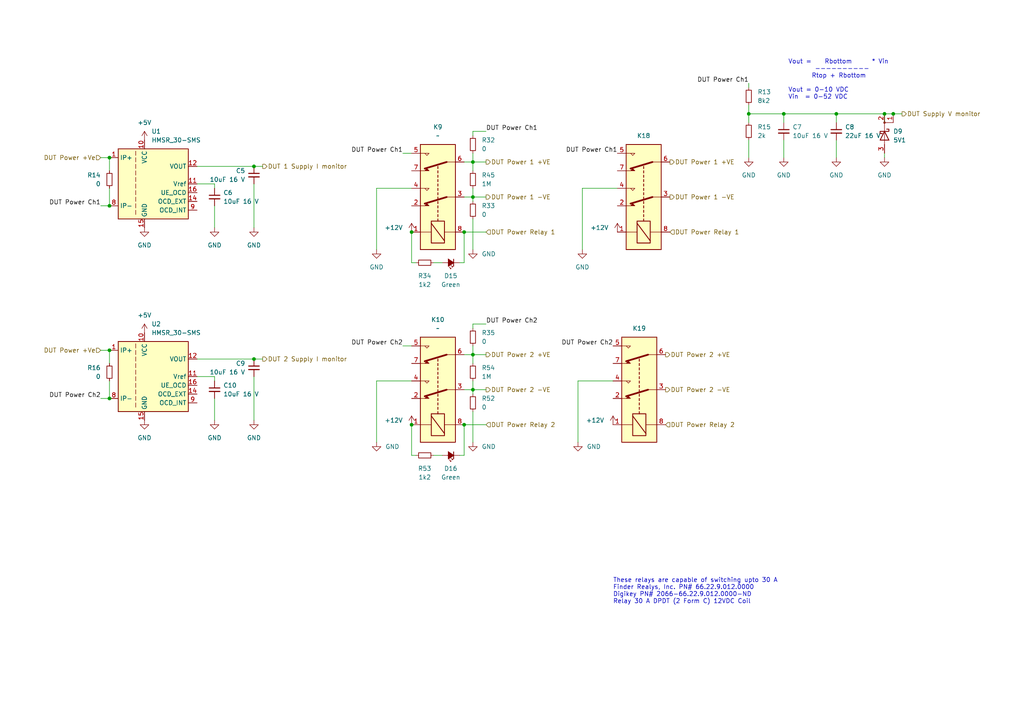
<source format=kicad_sch>
(kicad_sch (version 20211123) (generator eeschema)
  (paper "A4")
  (title_block (title "CIB PCB") (date "2022-05-27") (company "ChargePoint, Inc"))
  (lib_symbols
    (symbol "Device:C_Small" (pin_numbers hide) (pin_names (offset 0.254) hide)
      (property "Reference" "C" (at 0.254 1.778 0))
      (property "Value" "C_Small" (at 0.254 -2.032 0))
      (symbol "C_Small_0_1"
        (polyline (pts (xy -1.524 -0.508) (xy 1.524 -0.508)) (stroke (width 0.3302)))
        (polyline (pts (xy -1.524 0.508) (xy 1.524 0.508)) (stroke (width 0.3048)))
      )
      (symbol "C_Small_1_1"
        (pin passive line (at 0 2.54 270) (length 2.032) (name "~") (number "1"))
        (pin passive line (at 0 -2.54 90) (length 2.032) (name "~") (number "2"))
      )
    )
    (symbol "Device:D_Schottky_KKA" (pin_names (offset 0) hide)
      (property "Reference" "D" (at 0 2.54 0))
      (property "Value" "D_Schottky_KKA" (at 0 -2.54 0))
      (symbol "D_Schottky_KKA_0_1"
        (circle (center -3.81 0) (radius 0.254) (fill (type outline)))
        (polyline (pts (xy -5.08 2.54) (xy -3.81 2.54) (xy -3.81 0) (xy 2.54 0)))
        (polyline (pts (xy 1.27 1.27) (xy 1.27 -1.27) (xy -1.27 0) (xy 1.27 1.27)) (stroke (width 0.254)))
        (polyline (pts (xy -1.905 0.635) (xy -1.905 1.27) (xy -1.27 1.27) (xy -1.27 -1.27) (xy -0.635 -1.27) (xy -0.635 -0.635)) (stroke (width 0.254)))
      )
      (symbol "D_Schottky_KKA_1_1"
        (pin input line (at -6.35 2.54 0) (length 2.54) (name "K") (number "1"))
        (pin passive line (at -6.35 0 0) (length 2.54) (name "K") (number "2"))
        (pin passive line (at 5.08 0 180) (length 2.54) (name "A") (number "3"))
      )
    )
    (symbol "Device:LED_Small_Filled" (pin_numbers hide) (pin_names (offset 0.254) hide)
      (property "Reference" "D" (at -1.27 3.175 0))
      (property "Value" "LED_Small_Filled" (at -4.445 -2.54 0))
      (symbol "LED_Small_Filled_0_1"
        (polyline (pts (xy -0.762 -1.016) (xy -0.762 1.016)) (stroke (width 0.254)))
        (polyline (pts (xy 1.016 0) (xy -0.762 0)))
        (polyline (pts (xy 0.762 -1.016) (xy -0.762 0) (xy 0.762 1.016) (xy 0.762 -1.016)) (stroke (width 0.254)) (fill (type outline)))
        (polyline (pts (xy 0 0.762) (xy -0.508 1.27) (xy -0.254 1.27) (xy -0.508 1.27) (xy -0.508 1.016)))
        (polyline (pts (xy 0.508 1.27) (xy 0 1.778) (xy 0.254 1.778) (xy 0 1.778) (xy 0 1.524)))
      )
      (symbol "LED_Small_Filled_1_1"
        (pin passive line (at -2.54 0 0) (length 1.778) (name "K") (number "1"))
        (pin passive line (at 2.54 0 180) (length 1.778) (name "A") (number "2"))
      )
    )
    (symbol "Device:R_Small" (pin_numbers hide) (pin_names (offset 0.254) hide)
      (property "Reference" "R" (at 0.762 0.508 0))
      (property "Value" "R_Small" (at 0.762 -1.016 0))
      (symbol "R_Small_0_1"
        (rectangle (start -0.762 1.778) (end 0.762 -1.778) (stroke (width 0.2032)))
      )
      (symbol "R_Small_1_1"
        (pin passive line (at 0 2.54 270) (length 0.762) (name "~") (number "1"))
        (pin passive line (at 0 -2.54 90) (length 0.762) (name "~") (number "2"))
      )
    )
    (symbol "Relay:G2RL-2-DC24"
      (property "Reference" "RL" (at 16.51 3.81 0))
      (property "Value" "G2RL-2-DC24" (at 16.51 1.27 0))
      (symbol "G2RL-2-DC24_0_1"
        (rectangle (start -15.24 5.08) (end 15.24 -5.08) (stroke (width 0.254)) (fill (type background)))
        (rectangle (start -13.335 1.905) (end -6.985 -1.905) (stroke (width 0.254)))
        (polyline (pts (xy -12.7 -1.905) (xy -7.62 1.905)) (stroke (width 0.254)))
        (polyline (pts (xy -10.16 -5.08) (xy -10.16 -1.905)))
        (polyline (pts (xy -10.16 5.08) (xy -10.16 1.905)))
        (polyline (pts (xy -6.985 0) (xy -6.35 0)) (stroke (width 0.254)))
        (polyline (pts (xy -5.715 0) (xy -5.08 0)) (stroke (width 0.254)))
        (polyline (pts (xy -4.445 0) (xy -3.81 0)) (stroke (width 0.254)))
        (polyline (pts (xy -3.175 0) (xy -2.54 0)) (stroke (width 0.254)))
        (polyline (pts (xy -1.905 0) (xy -1.27 0)) (stroke (width 0.254)))
        (polyline (pts (xy -0.635 0) (xy 0 0)) (stroke (width 0.254)))
        (polyline (pts (xy 0 -2.54) (xy -1.905 3.81)) (stroke (width 0.508)))
        (polyline (pts (xy 0 -2.54) (xy 0 -5.08)))
        (polyline (pts (xy 0.635 0) (xy 1.27 0)) (stroke (width 0.254)))
        (polyline (pts (xy 1.905 0) (xy 2.54 0)) (stroke (width 0.254)))
        (polyline (pts (xy 3.175 0) (xy 3.81 0)) (stroke (width 0.254)))
        (polyline (pts (xy 4.445 0) (xy 5.08 0)) (stroke (width 0.254)))
        (polyline (pts (xy 5.715 0) (xy 6.35 0)) (stroke (width 0.254)))
        (polyline (pts (xy 6.985 0) (xy 7.62 0)) (stroke (width 0.254)))
        (polyline (pts (xy 8.255 0) (xy 8.89 0)) (stroke (width 0.254)))
        (polyline (pts (xy 10.16 -2.54) (xy 8.255 3.81)) (stroke (width 0.508)))
        (polyline (pts (xy 10.16 -2.54) (xy 10.16 -5.08)))
        (polyline (pts (xy -2.54 5.08) (xy -2.54 2.54) (xy -1.905 3.175) (xy -2.54 3.81)) (fill (type outline)))
        (polyline (pts (xy 2.54 5.08) (xy 2.54 2.54) (xy 1.905 3.175) (xy 2.54 3.81)))
        (polyline (pts (xy 7.62 5.08) (xy 7.62 2.54) (xy 8.255 3.175) (xy 7.62 3.81)) (fill (type outline)))
        (polyline (pts (xy 12.7 5.08) (xy 12.7 2.54) (xy 12.065 3.175) (xy 12.7 3.81)))
      )
      (symbol "G2RL-2-DC24_1_1"
        (pin passive line (at -10.16 7.62 270) (length 2.54) (name "~") (number "1"))
        (pin passive line (at -2.54 7.62 270) (length 2.54) (name "~") (number "2"))
        (pin passive line (at 0 -7.62 90) (length 2.54) (name "~") (number "3"))
        (pin passive line (at 2.54 7.62 270) (length 2.54) (name "~") (number "4"))
        (pin passive line (at 12.7 7.62 270) (length 2.54) (name "~") (number "5"))
        (pin passive line (at 10.16 -7.62 90) (length 2.54) (name "~") (number "6"))
        (pin passive line (at 7.62 7.62 270) (length 2.54) (name "~") (number "7"))
        (pin passive line (at -10.16 -7.62 90) (length 2.54) (name "~") (number "8"))
      )
    )
    (symbol "_Custom:HMSR_8-SMS"
      (property "Reference" "U" (at -31.75 -29.21 0))
      (property "Manufacturer" "LEM USA Inc" (at -33.02 -54.61 0))
      (symbol "HMSR_8-SMS_0_0"
        (pin input line (at -44.45 -34.29 0) (length 2.54) (name "IP+") (number "1"))
        (pin power_in line (at -19.05 -41.91 180) (length 2.54) (name "Vref") (number "11"))
        (pin input line (at -19.05 -46.99 180) (length 2.54) (name "OCD_EXT") (number "14"))
        (pin input line (at -19.05 -44.45 180) (length 2.54) (name "UE_OCD") (number "16"))
        (pin input line (at -44.45 -48.26 0) (length 2.54) (name "IP-") (number "8"))
        (pin input line (at -19.05 -49.53 180) (length 2.54) (name "OCD_INT") (number "9"))
      )
      (symbol "HMSR_8-SMS_0_1"
        (rectangle (start -41.91 -31.75) (end -21.59 -52.07) (stroke (width 0.254)) (fill (type background)))
        (polyline (pts (xy -36.83 -49.53) (xy -36.83 -50.8)))
        (polyline (pts (xy -36.83 -47.625) (xy -36.83 -48.895)))
        (polyline (pts (xy -36.83 -45.72) (xy -36.83 -46.99)))
        (polyline (pts (xy -36.83 -43.815) (xy -36.83 -45.085)))
        (polyline (pts (xy -36.83 -41.91) (xy -36.83 -43.18)))
        (polyline (pts (xy -36.83 -40.005) (xy -36.83 -41.275)))
        (polyline (pts (xy -36.83 -38.1) (xy -36.83 -39.37)))
        (polyline (pts (xy -36.83 -36.195) (xy -36.83 -37.465)))
        (polyline (pts (xy -36.83 -35.56) (xy -36.83 -34.29)))
        (polyline (pts (xy -36.83 -33.655) (xy -36.83 -32.385)))
      )
      (symbol "HMSR_8-SMS_1_1"
        (pin power_in line (at -34.29 -29.21 270) (length 2.54) (name "VCC") (number "10"))
        (pin output line (at -19.05 -36.83 180) (length 2.54) (name "VOUT") (number "12"))
        (pin power_in line (at -34.29 -54.61 90) (length 2.54) (name "GND") (number "15"))
      )
    )
    (symbol "power:+12V" (power) (pin_names (offset 0))
      (property "Value" "+12V" (at 0 3.556 0))
      (symbol "+12V_0_1"
        (polyline (pts (xy -0.762 1.27) (xy 0 2.54)))
        (polyline (pts (xy 0 0) (xy 0 2.54)))
        (polyline (pts (xy 0 2.54) (xy 0.762 1.27)))
      )
      (symbol "+12V_1_1"
        (pin power_in line (at 0 0 90) (length 0) hide (name "+12V") (number "1"))
      )
    )
    (symbol "power:+5V" (power) (pin_names (offset 0))
      (property "Value" "+5V" (at 0 3.556 0))
      (symbol "+5V_0_1"
        (polyline (pts (xy -0.762 1.27) (xy 0 2.54)))
        (polyline (pts (xy 0 0) (xy 0 2.54)))
        (polyline (pts (xy 0 2.54) (xy 0.762 1.27)))
      )
      (symbol "+5V_1_1"
        (pin power_in line (at 0 0 90) (length 0) hide (name "+5V") (number "1"))
      )
    )
    (symbol "power:GND" (power) (pin_names (offset 0))
      (property "Value" "GND" (at 0 -3.81 0))
      (symbol "GND_0_1"
        (polyline (pts (xy 0 0) (xy 0 -1.27) (xy 1.27 -1.27) (xy 0 -2.54) (xy -1.27 -1.27) (xy 0 -1.27)))
      )
      (symbol "GND_1_1"
        (pin power_in line (at 0 0 270) (length 0) hide (name "GND") (number "1"))
      )
    )
  )
  (junction (at 31.75 101.6))
  (junction (at 137.16 102.87))
  (junction (at 217.17 33.02))
  (junction (at 242.57 33.02))
  (junction (at 134.62 67.31))
  (junction (at 256.54 33.02))
  (junction (at 73.66 48.26))
  (junction (at 137.16 46.99))
  (junction (at 119.38 67.31))
  (junction (at 137.16 57.15))
  (junction (at 227.33 33.02))
  (junction (at 31.75 115.57))
  (junction (at 137.16 113.03))
  (junction (at 119.38 123.19))
  (junction (at 259.08 33.02))
  (junction (at 31.75 59.69))
  (junction (at 31.75 45.72))
  (junction (at 73.66 104.14))
  (junction (at 134.62 123.19))
  (wire (pts (xy 119.38 54.61) (xy 109.22 54.61)))
  (wire (pts (xy 29.21 115.57) (xy 31.75 115.57)))
  (wire (pts (xy 217.17 24.13) (xy 217.17 25.4)))
  (wire (pts (xy 137.16 57.15) (xy 140.97 57.15)))
  (wire (pts (xy 62.23 109.22) (xy 57.15 109.22)))
  (wire (pts (xy 256.54 33.02) (xy 256.54 35.56)))
  (wire (pts (xy 137.16 46.99) (xy 140.97 46.99)))
  (wire (pts (xy 227.33 33.02) (xy 242.57 33.02)))
  (wire (pts (xy 120.65 132.08) (xy 119.38 132.08)))
  (wire (pts (xy 134.62 46.99) (xy 137.16 46.99)))
  (wire (pts (xy 120.65 76.2) (xy 119.38 76.2)))
  (wire (pts (xy 73.66 104.14) (xy 76.2 104.14)))
  (wire (pts (xy 134.62 102.87) (xy 137.16 102.87)))
  (wire (pts (xy 137.16 110.49) (xy 137.16 113.03)))
  (wire (pts (xy 137.16 119.38) (xy 137.16 128.27)))
  (wire (pts (xy 137.16 113.03) (xy 140.97 113.03)))
  (wire (pts (xy 31.75 110.49) (xy 31.75 115.57)))
  (wire (pts (xy 62.23 110.49) (xy 62.23 109.22)))
  (wire (pts (xy 62.23 53.34) (xy 57.15 53.34)))
  (wire (pts (xy 73.66 53.34) (xy 73.66 66.04)))
  (wire (pts (xy 242.57 35.56) (xy 242.57 33.02)))
  (wire (pts (xy 137.16 54.61) (xy 137.16 57.15)))
  (wire (pts (xy 116.84 100.33) (xy 119.38 100.33)))
  (wire (pts (xy 168.91 54.61) (xy 168.91 72.39)))
  (wire (pts (xy 134.62 123.19) (xy 134.62 132.08)))
  (wire (pts (xy 137.16 102.87) (xy 140.97 102.87)))
  (wire (pts (xy 256.54 44.45) (xy 256.54 45.72)))
  (wire (pts (xy 109.22 54.61) (xy 109.22 72.39)))
  (wire (pts (xy 137.16 38.1) (xy 137.16 39.37)))
  (wire (pts (xy 137.16 57.15) (xy 137.16 58.42)))
  (wire (pts (xy 140.97 38.1) (xy 137.16 38.1)))
  (wire (pts (xy 134.62 57.15) (xy 137.16 57.15)))
  (wire (pts (xy 137.16 44.45) (xy 137.16 46.99)))
  (wire (pts (xy 109.22 110.49) (xy 109.22 128.27)))
  (wire (pts (xy 179.07 54.61) (xy 168.91 54.61)))
  (wire (pts (xy 217.17 30.48) (xy 217.17 33.02)))
  (wire (pts (xy 31.75 54.61) (xy 31.75 59.69)))
  (wire (pts (xy 137.16 102.87) (xy 137.16 105.41)))
  (wire (pts (xy 256.54 33.02) (xy 259.08 33.02)))
  (wire (pts (xy 137.16 63.5) (xy 137.16 72.39)))
  (wire (pts (xy 73.66 48.26) (xy 76.2 48.26)))
  (wire (pts (xy 134.62 132.08) (xy 133.35 132.08)))
  (wire (pts (xy 57.15 104.14) (xy 73.66 104.14)))
  (wire (pts (xy 137.16 113.03) (xy 137.16 114.3)))
  (wire (pts (xy 261.62 33.02) (xy 259.08 33.02)))
  (wire (pts (xy 137.16 93.98) (xy 137.16 95.25)))
  (wire (pts (xy 217.17 33.02) (xy 217.17 35.56)))
  (wire (pts (xy 109.22 110.49) (xy 119.38 110.49)))
  (wire (pts (xy 140.97 93.98) (xy 137.16 93.98)))
  (wire (pts (xy 134.62 67.31) (xy 134.62 76.2)))
  (wire (pts (xy 167.64 110.49) (xy 177.8 110.49)))
  (wire (pts (xy 125.73 132.08) (xy 128.27 132.08)))
  (wire (pts (xy 227.33 35.56) (xy 227.33 33.02)))
  (wire (pts (xy 217.17 33.02) (xy 227.33 33.02)))
  (wire (pts (xy 134.62 76.2) (xy 133.35 76.2)))
  (wire (pts (xy 31.75 101.6) (xy 31.75 105.41)))
  (wire (pts (xy 242.57 33.02) (xy 256.54 33.02)))
  (wire (pts (xy 134.62 123.19) (xy 140.97 123.19)))
  (wire (pts (xy 29.21 101.6) (xy 31.75 101.6)))
  (wire (pts (xy 134.62 67.31) (xy 140.97 67.31)))
  (wire (pts (xy 227.33 40.64) (xy 227.33 45.72)))
  (wire (pts (xy 62.23 54.61) (xy 62.23 53.34)))
  (wire (pts (xy 31.75 45.72) (xy 31.75 49.53)))
  (wire (pts (xy 217.17 40.64) (xy 217.17 45.72)))
  (wire (pts (xy 29.21 45.72) (xy 31.75 45.72)))
  (wire (pts (xy 134.62 113.03) (xy 137.16 113.03)))
  (wire (pts (xy 29.21 59.69) (xy 31.75 59.69)))
  (wire (pts (xy 137.16 46.99) (xy 137.16 49.53)))
  (wire (pts (xy 242.57 40.64) (xy 242.57 45.72)))
  (wire (pts (xy 119.38 132.08) (xy 119.38 123.19)))
  (wire (pts (xy 116.84 44.45) (xy 119.38 44.45)))
  (wire (pts (xy 119.38 76.2) (xy 119.38 67.31)))
  (wire (pts (xy 57.15 48.26) (xy 73.66 48.26)))
  (wire (pts (xy 167.64 110.49) (xy 167.64 128.27)))
  (wire (pts (xy 125.73 76.2) (xy 128.27 76.2)))
  (wire (pts (xy 62.23 115.57) (xy 62.23 121.92)))
  (wire (pts (xy 137.16 100.33) (xy 137.16 102.87)))
  (wire (pts (xy 73.66 109.22) (xy 73.66 121.92)))
  (wire (pts (xy 62.23 59.69) (xy 62.23 66.04)))
  (text "These relays are capable of switching upto 30 A\nFinder Realys, Inc. PN# 66.22.9.012.0000\nDigikey PN# 2066-66.22.9.012.0000-ND\nRelay 30 A DPDT (2 Form C) 12VDC Coil" (at 177.8 175.26 0) (effects (font (size 1.27 1.27)) (justify left bottom)))
  (text "Vout =    Rbottom      * Vin\n	   ----------\n       Rtop + Rbottom\n\nVout = 0-10 VDC\nVin  = 0-52 VDC" (at 228.6 28.956 0) (effects (font (size 1.27 1.27)) (justify left bottom)))
  (label "DUT Power Ch1" (at 116.84 44.45 180))
  (label "DUT Power Ch2" (at 177.8 100.33 180))
  (label "DUT Power Ch1" (at 29.21 59.69 180))
  (label "DUT Power Ch2" (at 116.84 100.33 180))
  (label "DUT Power Ch1" (at 179.07 44.45 180))
  (label "DUT Power Ch1" (at 217.17 24.13 180))
  (label "DUT Power Ch2" (at 29.21 115.57 180))
  (label "DUT Power Ch2" (at 140.97 93.98 0))
  (label "DUT Power Ch1" (at 140.97 38.1 0))
  (hierarchical_label "DUT Power 2 -VE" (shape output) (at 193.04 113.03 0))
  (hierarchical_label "DUT Supply V monitor" (shape output) (at 261.62 33.02 0))
  (hierarchical_label "DUT Power Relay 2" (shape input) (at 140.97 123.19 0))
  (hierarchical_label "DUT Power 2 -VE" (shape output) (at 140.97 113.03 0))
  (hierarchical_label "DUT Power +Ve" (shape input) (at 29.21 101.6 180))
  (hierarchical_label "DUT Power 1 -VE" (shape output) (at 194.31 57.15 0))
  (hierarchical_label "DUT Power Relay 1" (shape input) (at 140.97 67.31 0))
  (hierarchical_label "DUT Power 2 +VE" (shape output) (at 140.97 102.87 0))
  (hierarchical_label "DUT Power +Ve" (shape input) (at 29.21 45.72 180))
  (hierarchical_label "DUT 2 Supply I monitor" (shape output) (at 76.2 104.14 0))
  (hierarchical_label "DUT Power 2 +VE" (shape output) (at 193.04 102.87 0))
  (hierarchical_label "DUT Power 1 -VE" (shape output) (at 140.97 57.15 0))
  (hierarchical_label "DUT Power 1 +VE" (shape output) (at 194.31 46.99 0))
  (hierarchical_label "DUT Power Relay 1" (shape input) (at 194.31 67.31 0))
  (hierarchical_label "DUT 1 Supply I monitor" (shape output) (at 76.2 48.26 0))
  (hierarchical_label "DUT Power Relay 2" (shape input) (at 193.04 123.19 0))
  (hierarchical_label "DUT Power 1 +VE" (shape output) (at 140.97 46.99 0))
  (symbol (lib_id "power:GND") (at 256.54 45.72 0) (unit 1)
    (property "Reference" "#PWR0275" (effects hide))
    (property "Value" "GND" (at 256.54 50.8 0))
  )
  (symbol (lib_id "Device:R_Small") (at 137.16 52.07 180) (unit 1)
    (property "Reference" "R45" (at 139.7 50.7999 0) (effects (justify right)))
    (property "Value" "1M" (at 139.7 53.3399 0) (effects (justify right)))
    (property "Footprint" "Resistor_SMD:R_2010_5025Metric_Pad1.40x2.65mm_HandSolder" (effects hide))
    (property "Datasheet" "https://4donline.ihs.com/images/VipMasterIC/IC/TYEL/TYEL-S-A0005460475/TYEL-S-A0005460475-1.pdf?hkey=52A5661711E402568146F3353EA87419" (effects hide))
    (property "Farnell #" "2861314" (effects hide))
    (property "Manufacturer" "TE Connectivity" (effects hide))
    (property "Manufacturer #" "CRGP2010F1M0" (effects hide))
  )
  (symbol (lib_id "Device:R_Small") (at 137.16 41.91 0) (unit 1)
    (property "Reference" "R32" (at 139.7 40.6399 0) (effects (justify left)))
    (property "Value" "0" (at 139.7 43.1799 0) (effects (justify left)))
    (property "Footprint" "Resistor_SMD:R_2010_5025Metric_Pad1.40x2.65mm_HandSolder" (effects hide))
    (property "Datasheet" "https://4donline.ihs.com/images/VipMasterIC/IC/TYEL/TYEL-S-A0005460475/TYEL-S-A0005460475-1.pdf?hkey=52A5661711E402568146F3353EA87419" (effects hide))
    (property "Farnell #" "2861314" (effects hide))
    (property "Manufacturer" "TE Connectivity" (effects hide))
    (property "Manufacturer #" "CRGP2010F1M0" (effects hide))
    (property "dnp" "dnp" (effects hide))
  )
  (symbol (lib_id "Device:C_Small") (at 62.23 57.15 0) (unit 1)
    (property "Reference" "C6" (at 64.77 55.8862 0) (effects (justify left)))
    (property "Value" "10uF 16 V" (at 64.77 58.4262 0) (effects (justify left)))
    (property "Footprint" "Capacitor_SMD:C_1206_3216Metric_Pad1.33x1.80mm_HandSolder" (effects hide))
    (property "Datasheet" "https://media.digikey.com/pdf/Data%20Sheets/Samsung%20PDFs/CL31B106KOHNNNE_Spec.pdf" (effects hide))
    (property "Manufacturer #" "CL31A106KOHNNNE" (effects hide))
    (property "DigiKey #" "1276-1137-1-ND" (effects hide))
    (property "Manufacturer" "Samsung Electro-Mechanics" (effects hide))
    (property "Description" "10 µF ±10% 16V Ceramic Capacitor X5R 1206 (3216 Metric)" (effects hide))
    (property "DigiKey Price/Stock" "https://www.digikey.co.uk/en/products/detail/samsung-electro-mechanics/CL31A106KOHNNNE/3886795?s=N4IgTCBcDaIIxgOwDYC0c4GZHtQOQBEQBdAXyA" (effects hide))
  )
  (symbol (lib_id "Device:R_Small") (at 137.16 107.95 180) (unit 1)
    (property "Reference" "R54" (at 139.7 106.6799 0) (effects (justify right)))
    (property "Value" "1M" (at 139.7 109.2199 0) (effects (justify right)))
    (property "Footprint" "Resistor_SMD:R_2010_5025Metric_Pad1.40x2.65mm_HandSolder" (effects hide))
    (property "Datasheet" "https://4donline.ihs.com/images/VipMasterIC/IC/TYEL/TYEL-S-A0005460475/TYEL-S-A0005460475-1.pdf?hkey=52A5661711E402568146F3353EA87419" (effects hide))
    (property "Farnell #" "2861314" (effects hide))
    (property "Manufacturer" "TE Connectivity" (effects hide))
    (property "Manufacturer #" "CRGP2010F1M0" (effects hide))
  )
  (symbol (lib_id "Device:R_Small") (at 217.17 27.94 0) (unit 1)
    (property "Reference" "R13" (at 219.71 26.6699 0) (effects (justify left)))
    (property "Value" "8k2" (at 219.71 29.2099 0) (effects (justify left)))
    (property "Footprint" "Resistor_SMD:R_1206_3216Metric_Pad1.30x1.75mm_HandSolder" (effects hide))
    (property "Datasheet" "https://industrial.panasonic.com/ww/products/pt/general-purpose-chip-resistors/models/ERJ6GEYJ681V" (effects hide))
    (property "DigiKey #" "P8.2KACT-ND" (effects hide))
    (property "Manufacturer #" "ERJ-6GEYJ822V" (effects hide))
    (property "Manufacturer" "Panasonic Electronics Company" (effects hide))
    (property "Farnell #" "2797374" (effects hide))
  )
  (symbol (lib_id "Device:LED_Small_Filled") (at 130.81 76.2 180) (unit 1)
    (property "Reference" "D15" (at 130.7465 80.01 0))
    (property "Value" "Green" (at 130.7465 82.55 0))
    (property "Footprint" "Diode_SMD:D_1206_3216Metric_Pad1.42x1.75mm_HandSolder" (effects hide))
    (property "Datasheet" "https://www.we-online.com/katalog/datasheet/150080VS75000.pdf" (effects hide))
    (property "DigiKey #" "732-4993-1-ND" (effects hide))
    (property "Manufacturer #" "150120VS75000" (effects hide))
    (property "Manufacturer" "Würth Elektronik" (effects hide))
    (property "RS #" "8154237P" (effects hide))
    (property "Description" "Green 570nm LED Indication - Discrete 2V 1206 (3216 Metric)" (effects hide))
  )
  (symbol (lib_id "power:+12V") (at 177.8 123.19 0) (unit 1)
    (property "Reference" "#PWR0392" (effects hide))
    (property "Value" "+12V" (at 175.26 121.9199 0) (effects (justify right)))
  )
  (symbol (lib_id "_Custom:HMSR_8-SMS") (at 76.2 67.31 0) (unit 1)
    (property "Reference" "U2" (at 43.9294 93.98 0) (effects (justify left)))
    (property "Value" "HMSR_30-SMS" (at 43.9294 96.52 0) (effects (justify left)))
    (property "Footprint" "LEM_Current_Transducer_HMSR-SMS:HMSR-SMS" (effects hide))
    (property "Datasheet" "https://www.lem.com/sites/default/files/products_datasheets/hmsr-series.pdf" (effects hide))
    (property "Manufacturer" "LEM USA Inc" (effects hide))
  )
  (symbol (lib_id "power:GND") (at 109.22 128.27 0) (unit 1)
    (property "Reference" "#PWR0288" (effects hide))
    (property "Value" "GND" (at 111.76 129.5399 0) (effects (justify left)))
  )
  (symbol (lib_id "Device:R_Small") (at 137.16 97.79 0) (unit 1)
    (property "Reference" "R35" (at 139.7 96.5199 0) (effects (justify left)))
    (property "Value" "0" (at 139.7 99.0599 0) (effects (justify left)))
    (property "Footprint" "Resistor_SMD:R_2010_5025Metric_Pad1.40x2.65mm_HandSolder" (effects hide))
    (property "Datasheet" "https://4donline.ihs.com/images/VipMasterIC/IC/TYEL/TYEL-S-A0005460475/TYEL-S-A0005460475-1.pdf?hkey=52A5661711E402568146F3353EA87419" (effects hide))
    (property "Farnell #" "2861314" (effects hide))
    (property "Manufacturer" "TE Connectivity" (effects hide))
    (property "Manufacturer #" "CRGP2010F1M0" (effects hide))
    (property "dnp" "dnp" (effects hide))
  )
  (symbol (lib_id "_Custom:HMSR_8-SMS") (at 76.2 11.43 0) (unit 1)
    (property "Reference" "U1" (at 43.9294 38.1 0) (effects (justify left)))
    (property "Value" "HMSR_30-SMS" (at 43.9294 40.64 0) (effects (justify left)))
    (property "Footprint" "LEM_Current_Transducer_HMSR-SMS:HMSR-SMS" (effects hide))
    (property "Datasheet" "https://www.lem.com/sites/default/files/products_datasheets/hmsr-series.pdf" (effects hide))
    (property "Manufacturer" "LEM USA Inc" (effects hide))
  )
  (symbol (lib_id "Device:C_Small") (at 73.66 106.68 0) (unit 1)
    (property "Reference" "C9" (at 71.12 105.4162 0) (effects (justify right)))
    (property "Value" "10uF 16 V" (at 71.12 107.9562 0) (effects (justify right)))
    (property "Footprint" "Capacitor_SMD:C_1206_3216Metric_Pad1.33x1.80mm_HandSolder" (effects hide))
    (property "Datasheet" "https://media.digikey.com/pdf/Data%20Sheets/Samsung%20PDFs/CL31B106KOHNNNE_Spec.pdf" (effects hide))
    (property "Manufacturer #" "CL31A106KOHNNNE" (effects hide))
    (property "DigiKey #" "1276-1137-1-ND" (effects hide))
    (property "Manufacturer" "Samsung Electro-Mechanics" (effects hide))
    (property "Description" "10 µF ±10% 16V Ceramic Capacitor X5R 1206 (3216 Metric)" (effects hide))
    (property "DigiKey Price/Stock" "https://www.digikey.co.uk/en/products/detail/samsung-electro-mechanics/CL31A106KOHNNNE/3886795?s=N4IgTCBcDaIIxgOwDYC0c4GZHtQOQBEQBdAXyA" (effects hide))
  )
  (symbol (lib_id "power:GND") (at 41.91 66.04 0) (unit 1)
    (property "Reference" "#PWR0277" (effects hide))
    (property "Value" "GND" (at 41.91 71.12 0))
  )
  (symbol (lib_id "power:GND") (at 73.66 66.04 0) (unit 1)
    (property "Reference" "#PWR0283" (effects hide))
    (property "Value" "GND" (at 73.66 71.12 0))
  )
  (symbol (lib_id "power:GND") (at 41.91 121.92 0) (unit 1)
    (property "Reference" "#PWR0279" (effects hide))
    (property "Value" "GND" (at 41.91 127 0))
  )
  (symbol (lib_id "Device:R_Small") (at 123.19 132.08 90) (unit 1)
    (property "Reference" "R53" (at 123.19 135.89 90))
    (property "Value" "1k2" (at 123.19 138.43 90))
    (property "Footprint" "Resistor_SMD:R_1206_3216Metric_Pad1.30x1.75mm_HandSolder" (effects hide))
    (property "Datasheet" "https://industrial.panasonic.com/ww/products/pt/general-purpose-chip-resistors/models/ERJ6GEYJ681V" (effects hide))
    (property "Manufacturer" "Panasonic Electronics Company" (effects hide))
  )
  (symbol (lib_id "power:GND") (at 62.23 121.92 0) (unit 1)
    (property "Reference" "#PWR0281" (effects hide))
    (property "Value" "GND" (at 62.23 127 0))
  )
  (symbol (lib_id "power:GND") (at 168.91 72.39 0) (unit 1)
    (property "Reference" "#PWR0389" (effects hide))
    (property "Value" "GND" (at 168.91 77.47 0))
  )
  (symbol (lib_id "power:GND") (at 167.64 128.27 0) (unit 1)
    (property "Reference" "#PWR0391" (effects hide))
    (property "Value" "GND" (at 170.18 129.5399 0) (effects (justify left)))
  )
  (symbol (lib_id "power:GND") (at 137.16 128.27 0) (unit 1)
    (property "Reference" "#PWR0289" (effects hide))
    (property "Value" "GND" (at 139.7 129.5399 0) (effects (justify left)))
  )
  (symbol (lib_id "power:GND") (at 137.16 72.39 0) (unit 1)
    (property "Reference" "#PWR0210" (effects hide))
    (property "Value" "GND" (at 139.7 73.6599 0) (effects (justify left)))
  )
  (symbol (lib_id "Device:D_Schottky_KKA") (at 256.54 39.37 270) (unit 1)
    (property "Reference" "D9" (at 259.08 38.0999 90) (effects (justify left)))
    (property "Value" "5V1" (at 259.08 40.6399 90) (effects (justify left)))
    (property "Footprint" "Package_TO_SOT_SMD:SOT-23_Handsoldering" (effects hide))
    (property "DigiKey #" "BZX84C5V1LT3GOSCT-ND" (effects hide))
    (property "Manufacturer" "Onsemi" (effects hide))
    (property "Manufacturer #" "BZX84C5V1LT3G" (effects hide))
    (property "Description" "Zener Diode 5.1 V 225 mW ±6% Surface Mount SOT-23-3 (TO-236)" (effects hide))
    (property "DigiKey Price/Stock" "https://www.digikey.co.uk/en/products/detail/onsemi/BZX84C5V1LT3G/1476354?s=N4IgTCBcDaIEIC0AaAOALAYQKwDUCMAMgCoDMA4gPIDKGRAtAHIAiIAugL5A" (effects hide))
  )
  (symbol (lib_id "Relay:G2RL-2-DC24") (at 185.42 113.03 90) (unit 1)
    (property "Reference" "K19" (at 185.42 95.25 90))
    (property "Value" "PC357" (effects hide))
    (property "Footprint" "_Connectors:PC375" (effects hide))
    (property "Datasheet" "https://pickercomponents.com/pdf/Relays/PC375.pdf" (effects hide))
    (property "DigiKey #" "2634-PC375-2C-12S4-X-ND" (effects hide))
    (property "Manufacturer #" "PC375-2C-12S4-X" (effects hide))
    (property "Manufacturer" "Picker Components" (effects hide))
  )
  (symbol (lib_id "power:GND") (at 217.17 45.72 0) (unit 1)
    (property "Reference" "#PWR0286" (effects hide))
    (property "Value" "GND" (at 217.17 50.8 0))
  )
  (symbol (lib_id "Device:R_Small") (at 137.16 60.96 0) (unit 1)
    (property "Reference" "R33" (at 139.7 59.6899 0) (effects (justify left)))
    (property "Value" "0" (at 139.7 62.2299 0) (effects (justify left)))
    (property "Footprint" "Resistor_SMD:R_2010_5025Metric_Pad1.40x2.65mm_HandSolder" (effects hide))
    (property "Datasheet" "https://4donline.ihs.com/images/VipMasterIC/IC/TYEL/TYEL-S-A0005460475/TYEL-S-A0005460475-1.pdf?hkey=52A5661711E402568146F3353EA87419" (effects hide))
    (property "Farnell #" "2861314" (effects hide))
    (property "Manufacturer" "TE Connectivity" (effects hide))
    (property "Manufacturer #" "CRGP2010F1M0" (effects hide))
    (property "dnp" "dnp" (effects hide))
  )
  (symbol (lib_id "power:GND") (at 227.33 45.72 0) (unit 1)
    (property "Reference" "#PWR0287" (effects hide))
    (property "Value" "GND" (at 227.33 50.8 0))
  )
  (symbol (lib_id "power:GND") (at 109.22 72.39 0) (unit 1)
    (property "Reference" "#PWR0284" (effects hide))
    (property "Value" "GND" (at 109.22 77.47 0))
  )
  (symbol (lib_id "power:+12V") (at 119.38 123.19 0) (unit 1)
    (property "Reference" "#PWR0285" (effects hide))
    (property "Value" "+12V" (at 116.84 121.9199 0) (effects (justify right)))
  )
  (symbol (lib_id "Relay:G2RL-2-DC24") (at 186.69 57.15 90) (unit 1)
    (property "Reference" "K18" (at 186.69 39.37 90))
    (property "Value" "PC357" (effects hide))
    (property "Footprint" "_Connectors:PC375" (effects hide))
    (property "Datasheet" "https://pickercomponents.com/pdf/Relays/PC375.pdf" (effects hide))
    (property "DigiKey #" "2634-PC375-2C-12S4-X-ND" (effects hide))
    (property "Manufacturer #" "PC375-2C-12S4-X" (effects hide))
    (property "Manufacturer" "Picker Components" (effects hide))
  )
  (symbol (lib_id "power:GND") (at 62.23 66.04 0) (unit 1)
    (property "Reference" "#PWR0280" (effects hide))
    (property "Value" "GND" (at 62.23 71.12 0))
  )
  (symbol (lib_id "power:+5V") (at 41.91 40.64 0) (unit 1)
    (property "Reference" "#PWR0276" (effects hide))
    (property "Value" "+5V" (at 41.91 35.56 0))
  )
  (symbol (lib_id "Device:R_Small") (at 137.16 116.84 0) (unit 1)
    (property "Reference" "R52" (at 139.7 115.5699 0) (effects (justify left)))
    (property "Value" "0" (at 139.7 118.1099 0) (effects (justify left)))
    (property "Footprint" "Resistor_SMD:R_2010_5025Metric_Pad1.40x2.65mm_HandSolder" (effects hide))
    (property "Datasheet" "https://4donline.ihs.com/images/VipMasterIC/IC/TYEL/TYEL-S-A0005460475/TYEL-S-A0005460475-1.pdf?hkey=52A5661711E402568146F3353EA87419" (effects hide))
    (property "Farnell #" "2861314" (effects hide))
    (property "Manufacturer" "TE Connectivity" (effects hide))
    (property "Manufacturer #" "CRGP2010F1M0" (effects hide))
    (property "dnp" "dnp" (effects hide))
  )
  (symbol (lib_id "Device:R_Small") (at 217.17 38.1 0) (unit 1)
    (property "Reference" "R15" (at 219.71 36.8299 0) (effects (justify left)))
    (property "Value" "2k" (at 219.71 39.3699 0) (effects (justify left)))
    (property "Footprint" "Resistor_SMD:R_1206_3216Metric_Pad1.30x1.75mm_HandSolder" (effects hide))
    (property "Datasheet" "https://industrial.panasonic.com/ww/products/pt/general-purpose-chip-resistors/models/ERJ6GEYJ681V" (effects hide))
    (property "DigiKey #" "P2.0KACT-ND" (effects hide))
    (property "Manufacturer #" "ERJ-6GEYJ202V" (effects hide))
    (property "Manufacturer" "Panasonic Electronics Company" (effects hide))
    (property "Farnell #" "2057707" (effects hide))
  )
  (symbol (lib_id "Device:C_Small") (at 73.66 50.8 0) (unit 1)
    (property "Reference" "C5" (at 71.12 49.5362 0) (effects (justify right)))
    (property "Value" "10uF 16 V" (at 71.12 52.0762 0) (effects (justify right)))
    (property "Footprint" "Capacitor_SMD:C_1206_3216Metric_Pad1.33x1.80mm_HandSolder" (effects hide))
    (property "Datasheet" "https://media.digikey.com/pdf/Data%20Sheets/Samsung%20PDFs/CL31B106KOHNNNE_Spec.pdf" (effects hide))
    (property "Manufacturer #" "CL31A106KOHNNNE" (effects hide))
    (property "DigiKey #" "1276-1137-1-ND" (effects hide))
    (property "Manufacturer" "Samsung Electro-Mechanics" (effects hide))
    (property "Description" "10 µF ±10% 16V Ceramic Capacitor X5R 1206 (3216 Metric)" (effects hide))
    (property "DigiKey Price/Stock" "https://www.digikey.co.uk/en/products/detail/samsung-electro-mechanics/CL31A106KOHNNNE/3886795?s=N4IgTCBcDaIIxgOwDYC0c4GZHtQOQBEQBdAXyA" (effects hide))
  )
  (symbol (lib_id "power:+5V") (at 41.91 96.52 0) (unit 1)
    (property "Reference" "#PWR0278" (effects hide))
    (property "Value" "+5V" (at 41.91 91.44 0))
  )
  (symbol (lib_id "power:+12V") (at 119.38 67.31 0) (unit 1)
    (property "Reference" "#PWR0211" (effects hide))
    (property "Value" "+12V" (at 116.84 66.0399 0) (effects (justify right)))
  )
  (symbol (lib_id "Device:R_Small") (at 123.19 76.2 90) (unit 1)
    (property "Reference" "R34" (at 123.19 80.01 90))
    (property "Value" "1k2" (at 123.19 82.55 90))
    (property "Footprint" "Resistor_SMD:R_1206_3216Metric_Pad1.30x1.75mm_HandSolder" (effects hide))
    (property "Datasheet" "https://industrial.panasonic.com/ww/products/pt/general-purpose-chip-resistors/models/ERJ6GEYJ681V" (effects hide))
    (property "Manufacturer" "Panasonic Electronics Company" (effects hide))
  )
  (symbol (lib_id "Device:LED_Small_Filled") (at 130.81 132.08 180) (unit 1)
    (property "Reference" "D16" (at 130.7465 135.89 0))
    (property "Value" "Green" (at 130.7465 138.43 0))
    (property "Footprint" "Diode_SMD:D_1206_3216Metric_Pad1.42x1.75mm_HandSolder" (effects hide))
    (property "Datasheet" "https://www.we-online.com/katalog/datasheet/150080VS75000.pdf" (effects hide))
    (property "DigiKey #" "732-4993-1-ND" (effects hide))
    (property "Manufacturer #" "150120VS75000" (effects hide))
    (property "Manufacturer" "Würth Elektronik" (effects hide))
    (property "RS #" "8154237P" (effects hide))
    (property "Description" "Green 570nm LED Indication - Discrete 2V 1206 (3216 Metric)" (effects hide))
  )
  (symbol (lib_id "power:GND") (at 73.66 121.92 0) (unit 1)
    (property "Reference" "#PWR0282" (effects hide))
    (property "Value" "GND" (at 73.66 127 0))
  )
  (symbol (lib_id "Device:C_Small") (at 62.23 113.03 0) (unit 1)
    (property "Reference" "C10" (at 64.77 111.7662 0) (effects (justify left)))
    (property "Value" "10uF 16 V" (at 64.77 114.3062 0) (effects (justify left)))
    (property "Footprint" "Capacitor_SMD:C_1206_3216Metric_Pad1.33x1.80mm_HandSolder" (effects hide))
    (property "Datasheet" "https://media.digikey.com/pdf/Data%20Sheets/Samsung%20PDFs/CL31B106KOHNNNE_Spec.pdf" (effects hide))
    (property "Manufacturer #" "CL31A106KOHNNNE" (effects hide))
    (property "DigiKey #" "1276-1137-1-ND" (effects hide))
    (property "Manufacturer" "Samsung Electro-Mechanics" (effects hide))
    (property "Description" "10 µF ±10% 16V Ceramic Capacitor X5R 1206 (3216 Metric)" (effects hide))
    (property "DigiKey Price/Stock" "https://www.digikey.co.uk/en/products/detail/samsung-electro-mechanics/CL31A106KOHNNNE/3886795?s=N4IgTCBcDaIIxgOwDYC0c4GZHtQOQBEQBdAXyA" (effects hide))
  )
  (symbol (lib_id "Device:R_Small") (at 31.75 107.95 180) (unit 1)
    (property "Reference" "R16" (at 29.21 106.6799 0) (effects (justify left)))
    (property "Value" "0" (at 29.21 109.2199 0) (effects (justify left)))
    (property "Footprint" "Resistor_SMD:R_2010_5025Metric_Pad1.40x2.65mm_HandSolder" (effects hide))
    (property "Datasheet" "https://4donline.ihs.com/images/VipMasterIC/IC/TYEL/TYEL-S-A0005460475/TYEL-S-A0005460475-1.pdf?hkey=52A5661711E402568146F3353EA87419" (effects hide))
    (property "Farnell #" "2861314" (effects hide))
    (property "Manufacturer" "TE Connectivity" (effects hide))
    (property "Manufacturer #" "CRGP2010F1M0" (effects hide))
    (property "dnp" "dnp" (effects hide))
  )
  (symbol (lib_id "Relay:G2RL-2-DC24") (at 127 113.03 90) (unit 1)
    (property "Reference" "K10" (at 127 92.71 90))
    (property "Value" "~" (at 127 95.25 90))
    (property "Footprint" "_Connectors:2066-66.22.9.012.0000" (effects hide))
    (property "Datasheet" "https://www.snapeda.com/parts/66.22.9.012.0000/Finder/datasheet/" (effects hide))
    (property "DigiKey #" "2066-66.22.9.012.0000-ND" (effects hide))
  )
  (symbol (lib_id "Device:C_Small") (at 227.33 38.1 0) (unit 1)
    (property "Reference" "C7" (at 229.87 36.8362 0) (effects (justify left)))
    (property "Value" "10uF 16 V" (at 229.87 39.3762 0) (effects (justify left)))
    (property "Footprint" "Capacitor_SMD:C_1206_3216Metric_Pad1.33x1.80mm_HandSolder" (effects hide))
    (property "Datasheet" "https://media.digikey.com/pdf/Data%20Sheets/Samsung%20PDFs/CL31B106KOHNNNE_Spec.pdf" (effects hide))
    (property "Manufacturer #" "CL31A106KOHNNNE" (effects hide))
    (property "DigiKey #" "1276-1137-1-ND" (effects hide))
    (property "Manufacturer" "Samsung Electro-Mechanics" (effects hide))
    (property "Description" "10 µF ±10% 16V Ceramic Capacitor X5R 1206 (3216 Metric)" (effects hide))
    (property "DigiKey Price/Stock" "https://www.digikey.co.uk/en/products/detail/samsung-electro-mechanics/CL31A106KOHNNNE/3886795?s=N4IgTCBcDaIIxgOwDYC0c4GZHtQOQBEQBdAXyA" (effects hide))
  )
  (symbol (lib_id "Relay:G2RL-2-DC24") (at 127 57.15 90) (unit 1)
    (property "Reference" "K9" (at 127 36.83 90))
    (property "Value" "~" (at 127 39.37 90))
    (property "Footprint" "_Connectors:2066-66.22.9.012.0000" (effects hide))
    (property "Datasheet" "https://www.snapeda.com/parts/66.22.9.012.0000/Finder/datasheet/" (effects hide))
    (property "DigiKey #" "2066-66.22.9.012.0000-ND" (effects hide))
  )
  (symbol (lib_id "power:GND") (at 242.57 45.72 0) (unit 1)
    (property "Reference" "#PWR0274" (effects hide))
    (property "Value" "GND" (at 242.57 50.8 0))
  )
  (symbol (lib_id "Device:C_Small") (at 242.57 38.1 0) (unit 1)
    (property "Reference" "C8" (at 245.11 36.8362 0) (effects (justify left)))
    (property "Value" "22uF 16 V" (at 245.11 39.3762 0) (effects (justify left)))
    (property "Footprint" "Capacitor_SMD:C_1206_3216Metric_Pad1.33x1.80mm_HandSolder" (effects hide))
    (property "Datasheet" "https://www.we-online.com/katalog/datasheet/885012108018.pdf" (effects hide))
    (property "Manufacturer #" "885012108018" (effects hide))
    (property "DigiKey #" "732-7642-1-ND" (effects hide))
    (property "Manufacturer" "Würth Elektronik" (effects hide))
    (property "Description" "22 µF ±20% 16V Ceramic Capacitor X5R 1206 (3216 Metric)" (effects hide))
    (property "DigiKey Price/Stock" "https://www.digikey.co.uk/en/products/detail/w%C3%BCrth-elektronik/885012108018/5453497?s=N4IgTCBcDaIOwGYwFo4DYAsKCMyByAIiALoC%2BQA" (effects hide))
  )
  (symbol (lib_id "Device:R_Small") (at 31.75 52.07 180) (unit 1)
    (property "Reference" "R14" (at 29.21 50.7999 0) (effects (justify left)))
    (property "Value" "0" (at 29.21 53.3399 0) (effects (justify left)))
    (property "Footprint" "Resistor_SMD:R_2010_5025Metric_Pad1.40x2.65mm_HandSolder" (effects hide))
    (property "Datasheet" "https://4donline.ihs.com/images/VipMasterIC/IC/TYEL/TYEL-S-A0005460475/TYEL-S-A0005460475-1.pdf?hkey=52A5661711E402568146F3353EA87419" (effects hide))
    (property "Farnell #" "2861314" (effects hide))
    (property "Manufacturer" "TE Connectivity" (effects hide))
    (property "Manufacturer #" "CRGP2010F1M0" (effects hide))
    (property "dnp" "dnp" (effects hide))
  )
  (symbol (lib_id "power:+12V") (at 179.07 67.31 0) (unit 1)
    (property "Reference" "#PWR0384" (effects hide))
    (property "Value" "+12V" (at 176.53 66.0399 0) (effects (justify right)))
  )
)
</source>
